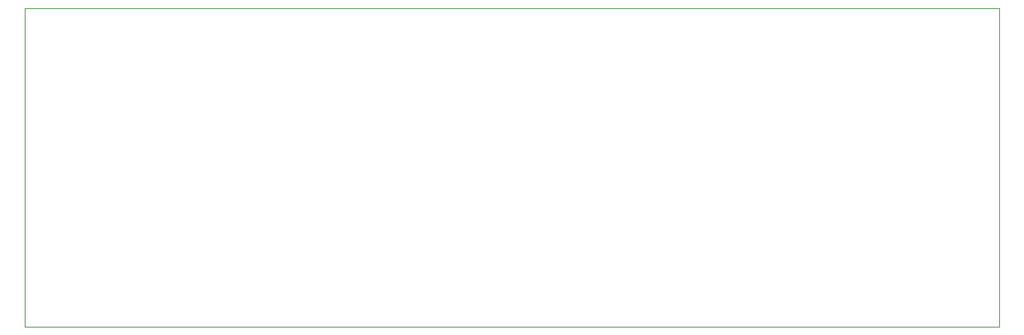
<source format=gbr>
%TF.GenerationSoftware,KiCad,Pcbnew,9.0.0*%
%TF.CreationDate,2025-03-26T11:50:56+11:00*%
%TF.ProjectId,Wing Board 4 XLR MK II,57696e67-2042-46f6-9172-64203420584c,rev?*%
%TF.SameCoordinates,Original*%
%TF.FileFunction,Profile,NP*%
%FSLAX46Y46*%
G04 Gerber Fmt 4.6, Leading zero omitted, Abs format (unit mm)*
G04 Created by KiCad (PCBNEW 9.0.0) date 2025-03-26 11:50:56*
%MOMM*%
%LPD*%
G01*
G04 APERTURE LIST*
%TA.AperFunction,Profile*%
%ADD10C,0.050000*%
%TD*%
G04 APERTURE END LIST*
D10*
X0Y0D02*
X109999947Y0D01*
X109999947Y-35995200D01*
X0Y-35995200D01*
X0Y0D01*
M02*

</source>
